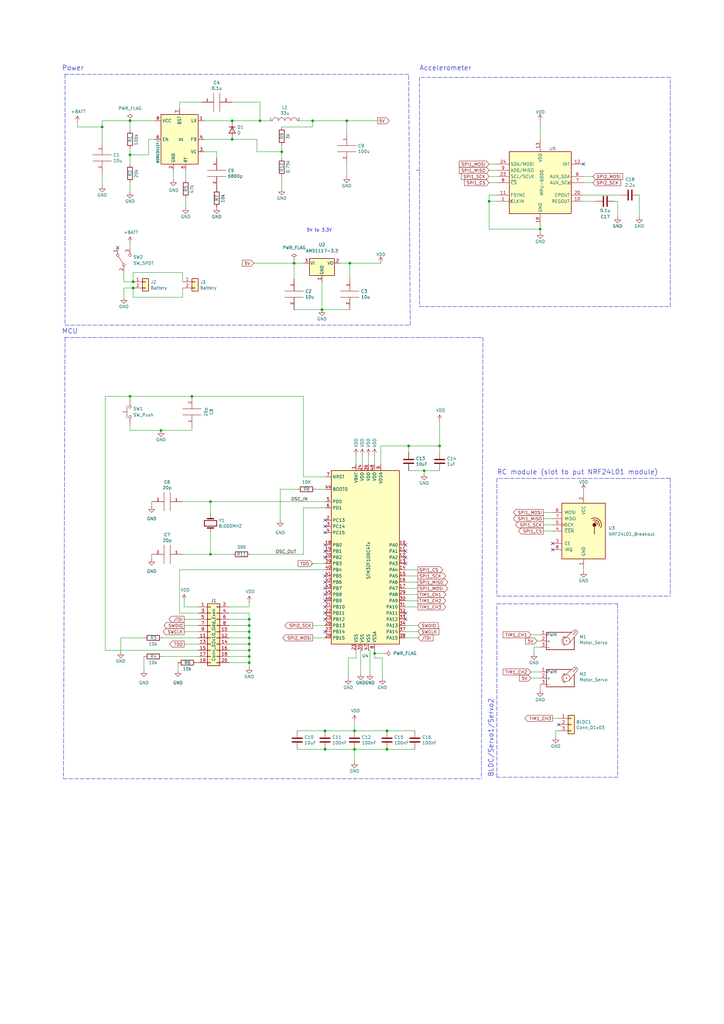
<source format=kicad_sch>
(kicad_sch (version 20211123) (generator eeschema)
  (paper "A3" portrait)
  (lib_symbols
    (symbol "Connector_Generic:Conn_01x02" (pin_names (offset 1.016) hide)
      (property "Reference" "J" (at 0 2.54 0))
      (property "Value" "Conn_01x02" (at 0 -5.08 0))
      (symbol "Conn_01x02_1_1"
        (pin passive line (at -5.08 0 0) (length 3.81) (name "Pin_1") (number "1"))
        (pin passive line (at -5.08 -2.54 0) (length 3.81) (name "Pin_2") (number "2"))
      )
    )
    (symbol "Connector_Generic:Conn_01x03" (pin_names (offset 1.016) hide)
      (property "Reference" "J" (at 0 5.08 0))
      (property "Value" "Conn_01x03" (at 0 -5.08 0))
      (symbol "Conn_01x03_1_1"
        (pin passive line (at -5.08 2.54 0) (length 3.81) (name "Pin_1") (number "1"))
        (pin passive line (at -5.08 0 0) (length 3.81) (name "Pin_2") (number "2"))
        (pin passive line (at -5.08 -2.54 0) (length 3.81) (name "Pin_3") (number "3"))
      )
    )
    (symbol "Connector_Generic:Conn_02x10_Odd_Even" (pin_names (offset 1.016) hide)
      (property "Reference" "J" (at 1.27 12.7 0))
      (property "Value" "Conn_02x10_Odd_Even" (at 1.27 -15.24 0))
      (symbol "Conn_02x10_Odd_Even_1_1"
        (pin passive line (at -5.08 10.16 0) (length 3.81) (name "Pin_1") (number "1"))
        (pin passive line (at 7.62 0 180) (length 3.81) (name "Pin_10") (number "10"))
        (pin passive line (at -5.08 -2.54 0) (length 3.81) (name "Pin_11") (number "11"))
        (pin passive line (at 7.62 -2.54 180) (length 3.81) (name "Pin_12") (number "12"))
        (pin passive line (at -5.08 -5.08 0) (length 3.81) (name "Pin_13") (number "13"))
        (pin passive line (at 7.62 -5.08 180) (length 3.81) (name "Pin_14") (number "14"))
        (pin passive line (at -5.08 -7.62 0) (length 3.81) (name "Pin_15") (number "15"))
        (pin passive line (at 7.62 -7.62 180) (length 3.81) (name "Pin_16") (number "16"))
        (pin passive line (at -5.08 -10.16 0) (length 3.81) (name "Pin_17") (number "17"))
        (pin passive line (at 7.62 -10.16 180) (length 3.81) (name "Pin_18") (number "18"))
        (pin passive line (at -5.08 -12.7 0) (length 3.81) (name "Pin_19") (number "19"))
        (pin passive line (at 7.62 10.16 180) (length 3.81) (name "Pin_2") (number "2"))
        (pin passive line (at 7.62 -12.7 180) (length 3.81) (name "Pin_20") (number "20"))
        (pin passive line (at -5.08 7.62 0) (length 3.81) (name "Pin_3") (number "3"))
        (pin passive line (at 7.62 7.62 180) (length 3.81) (name "Pin_4") (number "4"))
        (pin passive line (at -5.08 5.08 0) (length 3.81) (name "Pin_5") (number "5"))
        (pin passive line (at 7.62 5.08 180) (length 3.81) (name "Pin_6") (number "6"))
        (pin passive line (at -5.08 2.54 0) (length 3.81) (name "Pin_7") (number "7"))
        (pin passive line (at 7.62 2.54 180) (length 3.81) (name "Pin_8") (number "8"))
        (pin passive line (at -5.08 0 0) (length 3.81) (name "Pin_9") (number "9"))
      )
    )
    (symbol "Device:C" (pin_numbers hide) (pin_names (offset 0.254))
      (property "Reference" "C" (at 0.635 2.54 0))
      (property "Value" "C" (at 0.635 -2.54 0))
      (symbol "C_1_1"
        (pin passive line (at 0 3.81 270) (length 2.794) (name "~") (number "1"))
        (pin passive line (at 0 -3.81 90) (length 2.794) (name "~") (number "2"))
      )
    )
    (symbol "Device:Crystal" (pin_numbers hide) (pin_names (offset 1.016) hide)
      (property "Reference" "Y" (at 0 3.81 0))
      (property "Value" "Crystal" (at 0 -3.81 0))
      (symbol "Crystal_1_1"
        (pin passive line (at -3.81 0 0) (length 1.27) (name "1") (number "1"))
        (pin passive line (at 3.81 0 180) (length 1.27) (name "2") (number "2"))
      )
    )
    (symbol "Device:D" (pin_numbers hide) (pin_names (offset 1.016) hide)
      (property "Reference" "D" (at 0 2.54 0))
      (property "Value" "D" (at 0 -2.54 0))
      (symbol "D_1_1"
        (pin passive line (at -3.81 0 0) (length 2.54) (name "K") (number "1"))
        (pin passive line (at 3.81 0 180) (length 2.54) (name "A") (number "2"))
      )
    )
    (symbol "Device:R" (pin_numbers hide) (pin_names (offset 0))
      (property "Reference" "R" (at 2.032 0 90))
      (property "Value" "R" (at 0 0 90))
      (symbol "R_1_1"
        (pin passive line (at 0 3.81 270) (length 1.27) (name "~") (number "1"))
        (pin passive line (at 0 -3.81 90) (length 1.27) (name "~") (number "2"))
      )
    )
    (symbol "GND_1" (power) (pin_names (offset 0))
      (property "Value" "GND_1" (at 0 -3.81 0))
      (symbol "GND_1_1_1"
        (pin power_in line (at 0 0 270) (length 0) hide (name "GND") (number "1"))
      )
    )
    (symbol "GND_10" (power) (pin_names (offset 0))
      (property "Value" "GND_10" (at 0 -3.81 0))
      (symbol "GND_10_1_1"
        (pin power_in line (at 0 0 270) (length 0) hide (name "GND") (number "1"))
      )
    )
    (symbol "GND_11" (power) (pin_names (offset 0))
      (property "Value" "GND_11" (at 0 -3.81 0))
      (symbol "GND_11_1_1"
        (pin power_in line (at 0 0 270) (length 0) hide (name "GND") (number "1"))
      )
    )
    (symbol "GND_12" (power) (pin_names (offset 0))
      (property "Value" "GND_12" (at 0 -3.81 0))
      (symbol "GND_12_1_1"
        (pin power_in line (at 0 0 270) (length 0) hide (name "GND") (number "1"))
      )
    )
    (symbol "GND_13" (power) (pin_names (offset 0))
      (property "Value" "GND_13" (at 0 -3.81 0))
      (symbol "GND_13_1_1"
        (pin power_in line (at 0 0 270) (length 0) hide (name "GND") (number "1"))
      )
    )
    (symbol "GND_14" (power) (pin_names (offset 0))
      (property "Value" "GND_14" (at 0 -3.81 0))
      (symbol "GND_14_1_1"
        (pin power_in line (at 0 0 270) (length 0) hide (name "GND") (number "1"))
      )
    )
    (symbol "GND_15" (power) (pin_names (offset 0))
      (property "Value" "GND_15" (at 0 -3.81 0))
      (symbol "GND_15_1_1"
        (pin power_in line (at 0 0 270) (length 0) hide (name "GND") (number "1"))
      )
    )
    (symbol "GND_16" (power) (pin_names (offset 0))
      (property "Value" "GND_16" (at 0 -3.81 0))
      (symbol "GND_16_1_1"
        (pin power_in line (at 0 0 270) (length 0) hide (name "GND") (number "1"))
      )
    )
    (symbol "GND_17" (power) (pin_names (offset 0))
      (property "Value" "GND_17" (at 0 -3.81 0))
      (symbol "GND_17_1_1"
        (pin power_in line (at 0 0 270) (length 0) hide (name "GND") (number "1"))
      )
    )
    (symbol "GND_18" (power) (pin_names (offset 0))
      (property "Value" "GND_18" (at 0 -3.81 0))
      (symbol "GND_18_1_1"
        (pin power_in line (at 0 0 270) (length 0) hide (name "GND") (number "1"))
      )
    )
    (symbol "GND_19" (power) (pin_names (offset 0))
      (property "Value" "GND_19" (at 0 -3.81 0))
      (symbol "GND_19_1_1"
        (pin power_in line (at 0 0 270) (length 0) hide (name "GND") (number "1"))
      )
    )
    (symbol "GND_2" (power) (pin_names (offset 0))
      (property "Value" "GND_2" (at 0 -3.81 0))
      (symbol "GND_2_1_1"
        (pin power_in line (at 0 0 270) (length 0) hide (name "GND") (number "1"))
      )
    )
    (symbol "GND_21" (power) (pin_names (offset 0))
      (property "Value" "GND_21" (at 0 -3.81 0))
      (symbol "GND_21_1_1"
        (pin power_in line (at 0 0 270) (length 0) hide (name "GND") (number "1"))
      )
    )
    (symbol "GND_24" (power) (pin_names (offset 0))
      (property "Value" "GND_24" (at 0 -3.81 0))
      (symbol "GND_24_1_1"
        (pin power_in line (at 0 0 270) (length 0) hide (name "GND") (number "1"))
      )
    )
    (symbol "GND_26" (power) (pin_names (offset 0))
      (property "Value" "GND_26" (at 0 -3.81 0))
      (symbol "GND_26_1_1"
        (pin power_in line (at 0 0 270) (length 0) hide (name "GND") (number "1"))
      )
    )
    (symbol "GND_27" (power) (pin_names (offset 0))
      (property "Value" "GND_27" (at 0 -3.81 0))
      (symbol "GND_27_1_1"
        (pin power_in line (at 0 0 270) (length 0) hide (name "GND") (number "1"))
      )
    )
    (symbol "GND_28" (power) (pin_names (offset 0))
      (property "Value" "GND_28" (at 0 -3.81 0))
      (symbol "GND_28_1_1"
        (pin power_in line (at 0 0 270) (length 0) hide (name "GND") (number "1"))
      )
    )
    (symbol "GND_29" (power) (pin_names (offset 0))
      (property "Value" "GND_29" (at 0 -3.81 0))
      (symbol "GND_29_1_1"
        (pin power_in line (at 0 0 270) (length 0) hide (name "GND") (number "1"))
      )
    )
    (symbol "GND_3" (power) (pin_names (offset 0))
      (property "Value" "GND_3" (at 0 -3.81 0))
      (symbol "GND_3_1_1"
        (pin power_in line (at 0 0 270) (length 0) hide (name "GND") (number "1"))
      )
    )
    (symbol "GND_30" (power) (pin_names (offset 0))
      (property "Value" "GND_30" (at 0 -3.81 0))
      (symbol "GND_30_1_1"
        (pin power_in line (at 0 0 270) (length 0) hide (name "GND") (number "1"))
      )
    )
    (symbol "GND_4" (power) (pin_names (offset 0))
      (property "Value" "GND_4" (at 0 -3.81 0))
      (symbol "GND_4_1_1"
        (pin power_in line (at 0 0 270) (length 0) hide (name "GND") (number "1"))
      )
    )
    (symbol "GND_5" (power) (pin_names (offset 0))
      (property "Value" "GND_5" (at 0 -3.81 0))
      (symbol "GND_5_1_1"
        (pin power_in line (at 0 0 270) (length 0) hide (name "GND") (number "1"))
      )
    )
    (symbol "GND_6" (power) (pin_names (offset 0))
      (property "Value" "GND_6" (at 0 -3.81 0))
      (symbol "GND_6_1_1"
        (pin power_in line (at 0 0 270) (length 0) hide (name "GND") (number "1"))
      )
    )
    (symbol "GND_7" (power) (pin_names (offset 0))
      (property "Value" "GND_7" (at 0 -3.81 0))
      (symbol "GND_7_1_1"
        (pin power_in line (at 0 0 270) (length 0) hide (name "GND") (number "1"))
      )
    )
    (symbol "GND_8" (power) (pin_names (offset 0))
      (property "Value" "GND_8" (at 0 -3.81 0))
      (symbol "GND_8_1_1"
        (pin power_in line (at 0 0 270) (length 0) hide (name "GND") (number "1"))
      )
    )
    (symbol "GND_9" (power) (pin_names (offset 0))
      (property "Value" "GND_9" (at 0 -3.81 0))
      (symbol "GND_9_1_1"
        (pin power_in line (at 0 0 270) (length 0) hide (name "GND") (number "1"))
      )
    )
    (symbol "MCU_ST_STM32F1:STM32F100C4Tx"
      (property "Reference" "U" (at -15.24 36.83 0))
      (property "Value" "STM32F100C4Tx" (at 7.62 36.83 0))
      (symbol "STM32F100C4Tx_1_1"
        (pin power_in line (at -5.08 38.1 270) (length 2.54) (name "VBAT") (number "1"))
        (pin bidirectional line (at 15.24 5.08 180) (length 2.54) (name "PA0") (number "10"))
        (pin bidirectional line (at 15.24 2.54 180) (length 2.54) (name "PA1") (number "11"))
        (pin bidirectional line (at 15.24 0 180) (length 2.54) (name "PA2") (number "12"))
        (pin bidirectional line (at 15.24 -2.54 180) (length 2.54) (name "PA3") (number "13"))
        (pin bidirectional line (at 15.24 -5.08 180) (length 2.54) (name "PA4") (number "14"))
        (pin bidirectional line (at 15.24 -7.62 180) (length 2.54) (name "PA5") (number "15"))
        (pin bidirectional line (at 15.24 -10.16 180) (length 2.54) (name "PA6") (number "16"))
        (pin bidirectional line (at 15.24 -12.7 180) (length 2.54) (name "PA7") (number "17"))
        (pin bidirectional line (at -17.78 5.08 0) (length 2.54) (name "PB0") (number "18"))
        (pin bidirectional line (at -17.78 2.54 0) (length 2.54) (name "PB1") (number "19"))
        (pin bidirectional line (at -17.78 15.24 0) (length 2.54) (name "PC13") (number "2"))
        (pin bidirectional line (at -17.78 0 0) (length 2.54) (name "PB2") (number "20"))
        (pin bidirectional line (at -17.78 -20.32 0) (length 2.54) (name "PB10") (number "21"))
        (pin bidirectional line (at -17.78 -22.86 0) (length 2.54) (name "PB11") (number "22"))
        (pin power_in line (at -5.08 -38.1 90) (length 2.54) (name "VSS") (number "23"))
        (pin power_in line (at -2.54 38.1 270) (length 2.54) (name "VDD") (number "24"))
        (pin bidirectional line (at -17.78 -25.4 0) (length 2.54) (name "PB12") (number "25"))
        (pin bidirectional line (at -17.78 -27.94 0) (length 2.54) (name "PB13") (number "26"))
        (pin bidirectional line (at -17.78 -30.48 0) (length 2.54) (name "PB14") (number "27"))
        (pin bidirectional line (at -17.78 -33.02 0) (length 2.54) (name "PB15") (number "28"))
        (pin bidirectional line (at 15.24 -15.24 180) (length 2.54) (name "PA8") (number "29"))
        (pin bidirectional line (at -17.78 12.7 0) (length 2.54) (name "PC14") (number "3"))
        (pin bidirectional line (at 15.24 -17.78 180) (length 2.54) (name "PA9") (number "30"))
        (pin bidirectional line (at 15.24 -20.32 180) (length 2.54) (name "PA10") (number "31"))
        (pin bidirectional line (at 15.24 -22.86 180) (length 2.54) (name "PA11") (number "32"))
        (pin bidirectional line (at 15.24 -25.4 180) (length 2.54) (name "PA12") (number "33"))
        (pin bidirectional line (at 15.24 -27.94 180) (length 2.54) (name "PA13") (number "34"))
        (pin power_in line (at -2.54 -38.1 90) (length 2.54) (name "VSS") (number "35"))
        (pin power_in line (at 0 38.1 270) (length 2.54) (name "VDD") (number "36"))
        (pin bidirectional line (at 15.24 -30.48 180) (length 2.54) (name "PA14") (number "37"))
        (pin bidirectional line (at 15.24 -33.02 180) (length 2.54) (name "PA15") (number "38"))
        (pin bidirectional line (at -17.78 -2.54 0) (length 2.54) (name "PB3") (number "39"))
        (pin bidirectional line (at -17.78 10.16 0) (length 2.54) (name "PC15") (number "4"))
        (pin bidirectional line (at -17.78 -5.08 0) (length 2.54) (name "PB4") (number "40"))
        (pin bidirectional line (at -17.78 -7.62 0) (length 2.54) (name "PB5") (number "41"))
        (pin bidirectional line (at -17.78 -10.16 0) (length 2.54) (name "PB6") (number "42"))
        (pin bidirectional line (at -17.78 -12.7 0) (length 2.54) (name "PB7") (number "43"))
        (pin input line (at -17.78 27.94 0) (length 2.54) (name "BOOT0") (number "44"))
        (pin bidirectional line (at -17.78 -15.24 0) (length 2.54) (name "PB8") (number "45"))
        (pin bidirectional line (at -17.78 -17.78 0) (length 2.54) (name "PB9") (number "46"))
        (pin power_in line (at 0 -38.1 90) (length 2.54) (name "VSS") (number "47"))
        (pin power_in line (at 2.54 38.1 270) (length 2.54) (name "VDD") (number "48"))
        (pin input line (at -17.78 22.86 0) (length 2.54) (name "PD0") (number "5"))
        (pin input line (at -17.78 20.32 0) (length 2.54) (name "PD1") (number "6"))
        (pin input line (at -17.78 33.02 0) (length 2.54) (name "NRST") (number "7"))
        (pin power_in line (at 2.54 -38.1 90) (length 2.54) (name "VSSA") (number "8"))
        (pin power_in line (at 5.08 38.1 270) (length 2.54) (name "VDDA") (number "9"))
      )
    )
    (symbol "Motor:Motor_Servo" (pin_names (offset 0.0254))
      (property "Reference" "M" (at -5.08 4.445 0))
      (property "Value" "Motor_Servo" (at -5.08 -4.064 0))
      (symbol "Motor_Servo_1_1"
        (pin passive line (at -7.62 2.54 0) (length 2.54) (name "PWM") (number "1"))
        (pin passive line (at -7.62 0 0) (length 2.54) (name "+") (number "2"))
        (pin passive line (at -7.62 -2.54 0) (length 2.54) (name "-") (number "3"))
      )
    )
    (symbol "RF:NRF24L01_Breakout" (pin_names (offset 1.016))
      (property "Reference" "U" (at -8.89 12.7 0))
      (property "Value" "NRF24L01_Breakout" (at 3.81 12.7 0))
      (symbol "NRF24L01_Breakout_1_1"
        (pin power_in line (at 0 -15.24 90) (length 3.81) (name "GND") (number "1"))
        (pin power_in line (at 0 15.24 270) (length 3.81) (name "VCC") (number "2"))
        (pin input line (at -12.7 -5.08 0) (length 3.81) (name "CE") (number "3"))
        (pin input line (at -12.7 0 0) (length 3.81) (name "~{CSN}") (number "4"))
        (pin input clock (at -12.7 2.54 0) (length 3.81) (name "SCK") (number "5"))
        (pin input line (at -12.7 7.62 0) (length 3.81) (name "MOSI") (number "6"))
        (pin output line (at -12.7 5.08 0) (length 3.81) (name "MISO") (number "7"))
        (pin output line (at -12.7 -7.62 0) (length 3.81) (name "IRQ") (number "8"))
      )
    )
    (symbol "Regulator_Linear:AMS1117-3.3" (pin_names (offset 0.254))
      (property "Reference" "U" (at -3.81 3.175 0))
      (property "Value" "AMS1117-3.3" (at 0 3.175 0))
      (symbol "AMS1117-3.3_1_1"
        (pin power_in line (at 0 -7.62 90) (length 2.54) (name "GND") (number "1"))
        (pin power_out line (at 7.62 0 180) (length 2.54) (name "VO") (number "2"))
        (pin power_in line (at -7.62 0 0) (length 2.54) (name "VI") (number "3"))
      )
    )
    (symbol "Regulator_Switching:BD9G341EFJ"
      (property "Reference" "U" (at -6.35 11.43 0))
      (property "Value" "BD9G341EFJ" (at 7.62 11.43 0))
      (symbol "BD9G341EFJ_1_1"
        (pin passive line (at 10.16 7.62 180) (length 2.54) (name "LX") (number "1"))
        (pin power_in line (at -2.54 -12.7 90) (length 2.54) (name "GND") (number "2"))
        (pin output line (at 10.16 -5.08 180) (length 2.54) (name "VC") (number "3"))
        (pin input line (at 10.16 0 180) (length 2.54) (name "FB") (number "4"))
        (pin input line (at 2.54 -12.7 90) (length 2.54) (name "RT") (number "5"))
        (pin input line (at -10.16 0 0) (length 2.54) (name "EN") (number "6"))
        (pin input line (at 0 12.7 270) (length 2.54) (name "BST") (number "7"))
        (pin power_in line (at -10.16 7.62 0) (length 2.54) (name "VCC") (number "8"))
      )
    )
    (symbol "Sensor_Motion:MPU-6000"
      (property "Reference" "U" (at -11.43 13.97 0))
      (property "Value" "MPU-6000" (at 7.62 -13.97 0))
      (symbol "MPU-6000_1_1"
        (pin input clock (at -17.78 -7.62 0) (length 5.08) (name "CLKIN") (number "1"))
        (pin passive line (at 17.78 -7.62 180) (length 5.08) (name "REGOUT") (number "10"))
        (pin input line (at -17.78 -5.08 0) (length 5.08) (name "FSYNC") (number "11"))
        (pin output line (at 17.78 7.62 180) (length 5.08) (name "INT") (number "12"))
        (pin power_in line (at 0 17.78 270) (length 5.08) (name "VDD") (number "13"))
        (pin power_in line (at 0 -17.78 90) (length 5.08) (name "GND") (number "18"))
        (pin passive line (at 17.78 -5.08 180) (length 5.08) (name "CPOUT") (number "20"))
        (pin input line (at -17.78 2.54 0) (length 5.08) (name "SCL/SCLK") (number "23"))
        (pin bidirectional line (at -17.78 7.62 0) (length 5.08) (name "SDA/MOSI") (number "24"))
        (pin bidirectional line (at 17.78 2.54 180) (length 5.08) (name "AUX_SDA") (number "6"))
        (pin output clock (at 17.78 0 180) (length 5.08) (name "AUX_SCL") (number "7"))
        (pin input line (at -17.78 0 0) (length 5.08) (name "~{CS}") (number "8"))
        (pin bidirectional line (at -17.78 5.08 0) (length 5.08) (name "AD0/MISO") (number "9"))
      )
    )
    (symbol "Switch:SW_Push" (pin_numbers hide) (pin_names (offset 1.016) hide)
      (property "Reference" "SW" (at 1.27 2.54 0))
      (property "Value" "SW_Push" (at 0 -1.524 0))
      (symbol "SW_Push_0_1"
        (pin passive line (at -5.08 0 0) (length 2.54) (name "1") (number "1"))
        (pin passive line (at 5.08 0 180) (length 2.54) (name "2") (number "2"))
      )
    )
    (symbol "Switch:SW_SPDT" (pin_names (offset 0) hide)
      (property "Reference" "SW" (at 0 4.318 0))
      (property "Value" "SW_SPDT" (at 0 -5.08 0))
      (symbol "SW_SPDT_1_1"
        (pin passive line (at 5.08 2.54 180) (length 2.54) (name "A") (number "1"))
        (pin passive line (at -5.08 0 0) (length 2.54) (name "B") (number "2"))
        (pin passive line (at 5.08 -2.54 180) (length 2.54) (name "C") (number "3"))
      )
    )
    (symbol "power:+BATT" (power) (pin_names (offset 0))
      (property "Value" "+BATT" (at 0 3.556 0))
      (symbol "+BATT_1_1"
        (pin power_in line (at 0 0 90) (length 0) hide (name "+BATT") (number "1"))
      )
    )
    (symbol "power:GND" (power) (pin_names (offset 0))
      (property "Value" "GND" (at 0 -3.81 0))
      (symbol "GND_1_1"
        (pin power_in line (at 0 0 270) (length 0) hide (name "GND") (number "1"))
      )
    )
    (symbol "power:PWR_FLAG" (power) (pin_numbers hide) (pin_names (offset 0) hide)
      (property "Value" "PWR_FLAG" (at 0 3.81 0))
      (symbol "PWR_FLAG_0_0"
        (pin power_out line (at 0 0 90) (length 0) (name "pwr") (number "1"))
      )
    )
    (symbol "power:VDD" (power) (pin_names (offset 0))
      (property "Value" "VDD" (at 0 3.81 0))
      (symbol "VDD_1_1"
        (pin power_in line (at 0 0 90) (length 0) hide (name "VDD") (number "1"))
      )
    )
    (symbol "pspice:C" (pin_names (offset 0.254))
      (property "Reference" "C" (at 2.54 3.81 90))
      (property "Value" "C" (at 2.54 -3.81 90))
      (symbol "C_1_1"
        (pin passive line (at 0 6.35 270) (length 5.08) (name "~") (number "1"))
        (pin passive line (at 0 -6.35 90) (length 5.08) (name "~") (number "2"))
      )
    )
    (symbol "pspice:CAP" (pin_names (offset 0.254))
      (property "Reference" "C" (at 2.54 3.81 90))
      (property "Value" "CAP" (at 2.54 -3.81 90))
      (symbol "CAP_1_1"
        (pin passive line (at 0 6.35 270) (length 5.08) (name "~") (number "1"))
        (pin passive line (at 0 -6.35 90) (length 5.08) (name "~") (number "2"))
      )
    )
    (symbol "pspice:INDUCTOR" (pin_numbers hide) (pin_names (offset 0))
      (property "Reference" "L" (at 0 2.54 0))
      (property "Value" "INDUCTOR" (at 0 -1.27 0))
      (symbol "INDUCTOR_1_1"
        (pin input line (at -6.35 0 0) (length 1.27) (name "1") (number "1"))
        (pin input line (at 6.35 0 180) (length 1.27) (name "2") (number "2"))
      )
    )
  )
  (junction (at 54.61 115.57))
  (junction (at 145.415 307.34))
  (junction (at 102.235 264.16))
  (junction (at 132.08 127))
  (junction (at 86.36 227.33))
  (junction (at 102.235 269.24))
  (junction (at 145.415 299.72))
  (junction (at 158.75 307.34))
  (junction (at 54.61 118.11))
  (junction (at 95.25 49.53))
  (junction (at 102.235 271.78))
  (junction (at 120.65 107.95))
  (junction (at 142.24 49.53))
  (junction (at 53.34 162.56))
  (junction (at 102.235 259.08))
  (junction (at 200.66 82.55))
  (junction (at 53.34 49.53))
  (junction (at 180.34 182.88))
  (junction (at 78.74 162.56))
  (junction (at 143.51 107.95))
  (junction (at 102.235 256.54))
  (junction (at 115.57 62.23))
  (junction (at 128.27 49.53))
  (junction (at 153.67 267.97))
  (junction (at 173.99 193.04))
  (junction (at 133.35 307.34))
  (junction (at 106.68 49.53))
  (junction (at 102.235 266.7))
  (junction (at 95.25 57.15))
  (junction (at 86.36 205.74))
  (junction (at 102.235 254))
  (junction (at 41.91 52.07))
  (junction (at 53.34 63.5))
  (junction (at 167.64 182.88))
  (junction (at 158.75 299.72))
  (junction (at 102.235 261.62))
  (junction (at 66.04 176.53))
  (junction (at 221.615 93.98))
  (junction (at 133.35 299.72))
  (no_connect (at 48.26 101.6))
  (no_connect (at 133.35 254))
  (no_connect (at 166.37 223.52))
  (no_connect (at 133.35 215.9))
  (no_connect (at 133.35 248.92))
  (no_connect (at 229.235 297.18))
  (no_connect (at 166.37 226.06))
  (no_connect (at 133.35 213.36))
  (no_connect (at 166.37 251.46))
  (no_connect (at 239.395 67.31))
  (no_connect (at 226.695 222.885))
  (no_connect (at 166.37 228.6))
  (no_connect (at 133.35 238.76))
  (no_connect (at 133.35 246.38))
  (no_connect (at 133.35 251.46))
  (no_connect (at 133.35 243.84))
  (no_connect (at 133.35 236.22))
  (no_connect (at 133.35 259.08))
  (no_connect (at 133.35 226.06))
  (no_connect (at 133.35 223.52))
  (no_connect (at 133.35 218.44))
  (no_connect (at 226.695 225.425))
  (no_connect (at 133.35 241.3))
  (no_connect (at 133.35 228.6))
  (no_connect (at 166.37 231.14))
  (no_connect (at 166.37 254))
  (wire (pts (xy 43.18 162.56) (xy 53.34 162.56)))
  (wire (pts (xy 167.64 185.42) (xy 167.64 182.88)))
  (wire (pts (xy 200.66 80.01) (xy 200.66 82.55)))
  (wire (pts (xy 166.37 259.08) (xy 171.45 259.08)))
  (wire (pts (xy 146.05 186.69) (xy 146.05 190.5)))
  (wire (pts (xy 102.235 261.62) (xy 102.235 264.16)))
  (wire (pts (xy 124.46 227.33) (xy 124.46 208.28)))
  (wire (pts (xy 53.34 49.53) (xy 41.91 49.53)))
  (wire (pts (xy 221.615 93.98) (xy 221.615 95.25)))
  (wire (pts (xy 229.235 294.64) (xy 226.695 294.64)))
  (wire (pts (xy 83.82 62.23) (xy 88.9 62.23)))
  (polyline (pts (xy 26.67 138.43) (xy 26.035 319.405)))
  (polyline (pts (xy 203.835 196.215) (xy 203.835 244.475)))
  (wire (pts (xy 143.51 107.95) (xy 156.21 107.95)))
  (wire (pts (xy 102.87 227.33) (xy 124.46 227.33)))
  (wire (pts (xy 53.34 173.99) (xy 53.34 176.53)))
  (wire (pts (xy 73.66 233.68) (xy 133.35 233.68)))
  (wire (pts (xy 148.59 190.5) (xy 148.59 186.69)))
  (wire (pts (xy 81.28 259.08) (xy 75.565 259.08)))
  (wire (pts (xy 53.34 99.695) (xy 53.34 101.6)))
  (wire (pts (xy 74.93 115.57) (xy 74.93 111.76)))
  (polyline (pts (xy 203.835 318.77) (xy 253.365 318.77)))
  (polyline (pts (xy 203.835 247.65) (xy 253.365 247.65)))
  (wire (pts (xy 153.67 267.97) (xy 153.67 266.7)))
  (wire (pts (xy 143.51 127) (xy 132.08 127)))
  (wire (pts (xy 43.18 266.7) (xy 43.18 162.56)))
  (wire (pts (xy 105.41 57.15) (xy 105.41 62.23)))
  (wire (pts (xy 66.675 261.62) (xy 81.28 261.62)))
  (wire (pts (xy 73.66 41.91) (xy 82.55 41.91)))
  (wire (pts (xy 95.25 49.53) (xy 106.68 49.53)))
  (wire (pts (xy 73.66 44.45) (xy 73.66 41.91)))
  (wire (pts (xy 93.98 254) (xy 102.235 254)))
  (wire (pts (xy 53.34 63.5) (xy 53.34 60.96)))
  (wire (pts (xy 74.93 121.92) (xy 54.61 121.92)))
  (wire (pts (xy 203.835 69.85) (xy 200.66 69.85)))
  (wire (pts (xy 53.34 78.74) (xy 53.34 74.93)))
  (polyline (pts (xy 172.085 31.75) (xy 172.085 125.73)))
  (wire (pts (xy 83.82 57.15) (xy 95.25 57.15)))
  (wire (pts (xy 86.36 227.33) (xy 86.36 218.44)))
  (wire (pts (xy 86.36 227.33) (xy 95.25 227.33)))
  (wire (pts (xy 171.45 261.62) (xy 166.37 261.62)))
  (wire (pts (xy 147.955 266.7) (xy 147.955 276.225)))
  (wire (pts (xy 93.98 259.08) (xy 102.235 259.08)))
  (wire (pts (xy 158.75 299.72) (xy 170.18 299.72)))
  (wire (pts (xy 102.235 269.24) (xy 102.235 271.78)))
  (wire (pts (xy 146.05 266.7) (xy 146.05 269.875)))
  (wire (pts (xy 81.28 264.16) (xy 75.565 264.16)))
  (wire (pts (xy 121.92 200.66) (xy 114.935 200.66)))
  (wire (pts (xy 102.235 256.54) (xy 102.235 259.08)))
  (wire (pts (xy 78.74 176.53) (xy 78.74 175.26)))
  (wire (pts (xy 129.54 200.66) (xy 133.35 200.66)))
  (wire (pts (xy 128.27 49.53) (xy 142.24 49.53)))
  (wire (pts (xy 71.12 69.85) (xy 71.12 73.66)))
  (wire (pts (xy 167.64 182.88) (xy 180.34 182.88)))
  (wire (pts (xy 63.5 49.53) (xy 53.34 49.53)))
  (wire (pts (xy 142.24 49.53) (xy 154.94 49.53)))
  (wire (pts (xy 102.235 254) (xy 102.235 256.54)))
  (wire (pts (xy 166.37 238.76) (xy 171.45 238.76)))
  (polyline (pts (xy 198.12 138.43) (xy 197.485 319.405)))
  (wire (pts (xy 222.885 210.185) (xy 226.695 210.185)))
  (wire (pts (xy 166.37 243.84) (xy 171.45 243.84)))
  (wire (pts (xy 133.35 299.72) (xy 145.415 299.72)))
  (wire (pts (xy 124.46 195.58) (xy 133.35 195.58)))
  (polyline (pts (xy 203.835 318.77) (xy 203.835 247.65)))
  (wire (pts (xy 93.98 256.54) (xy 102.235 256.54)))
  (wire (pts (xy 59.055 274.955) (xy 59.055 269.24)))
  (wire (pts (xy 75.565 248.92) (xy 75.565 246.38)))
  (wire (pts (xy 222.885 217.805) (xy 226.695 217.805)))
  (polyline (pts (xy 168.275 133.35) (xy 167.64 30.48)))
  (wire (pts (xy 74.93 118.11) (xy 74.93 121.92)))
  (wire (pts (xy 145.415 312.42) (xy 145.415 307.34)))
  (wire (pts (xy 145.415 307.34) (xy 158.75 307.34)))
  (wire (pts (xy 62.23 227.33) (xy 62.23 229.235)))
  (wire (pts (xy 106.68 49.53) (xy 106.68 41.91)))
  (wire (pts (xy 156.21 190.5) (xy 156.21 182.88)))
  (wire (pts (xy 166.37 236.22) (xy 171.45 236.22)))
  (wire (pts (xy 105.41 62.23) (xy 115.57 62.23)))
  (wire (pts (xy 88.9 62.23) (xy 88.9 64.77)))
  (wire (pts (xy 203.835 74.93) (xy 200.66 74.93)))
  (wire (pts (xy 121.92 299.72) (xy 133.35 299.72)))
  (wire (pts (xy 31.75 52.07) (xy 31.75 50.165)))
  (wire (pts (xy 62.23 205.74) (xy 62.23 207.645)))
  (wire (pts (xy 95.25 57.15) (xy 105.41 57.15)))
  (wire (pts (xy 49.53 261.62) (xy 49.53 267.335)))
  (wire (pts (xy 147.955 266.7) (xy 148.59 266.7)))
  (wire (pts (xy 41.91 76.2) (xy 41.91 71.12)))
  (wire (pts (xy 120.65 127) (xy 132.08 127)))
  (wire (pts (xy 53.34 53.34) (xy 53.34 49.53)))
  (wire (pts (xy 53.34 162.56) (xy 78.74 162.56)))
  (wire (pts (xy 102.235 259.08) (xy 102.235 261.62)))
  (wire (pts (xy 227.965 302.26) (xy 227.965 299.72)))
  (polyline (pts (xy 26.67 133.35) (xy 168.275 133.35)))
  (wire (pts (xy 166.37 248.92) (xy 171.45 248.92)))
  (wire (pts (xy 239.395 80.01) (xy 254.635 80.01)))
  (wire (pts (xy 41.91 58.42) (xy 41.91 52.07)))
  (polyline (pts (xy 203.835 244.475) (xy 274.955 244.475)))
  (wire (pts (xy 221.615 262.89) (xy 220.345 262.89)))
  (wire (pts (xy 81.28 269.24) (xy 66.675 269.24)))
  (wire (pts (xy 93.98 271.78) (xy 102.235 271.78)))
  (polyline (pts (xy 167.64 30.48) (xy 26.035 30.48)))
  (wire (pts (xy 83.82 49.53) (xy 95.25 49.53)))
  (polyline (pts (xy 172.085 125.73) (xy 274.955 125.73)))
  (wire (pts (xy 239.395 233.045) (xy 239.395 234.315)))
  (wire (pts (xy 102.235 248.92) (xy 102.235 247.015)))
  (wire (pts (xy 173.99 194.31) (xy 173.99 193.04)))
  (wire (pts (xy 180.34 193.04) (xy 173.99 193.04)))
  (wire (pts (xy 106.68 41.91) (xy 95.25 41.91)))
  (wire (pts (xy 54.61 111.76) (xy 54.61 115.57)))
  (wire (pts (xy 222.885 215.265) (xy 226.695 215.265)))
  (wire (pts (xy 76.2 85.09) (xy 76.2 81.28)))
  (wire (pts (xy 41.91 49.53) (xy 41.91 52.07)))
  (wire (pts (xy 124.46 208.28) (xy 133.35 208.28)))
  (wire (pts (xy 93.98 261.62) (xy 102.235 261.62)))
  (wire (pts (xy 156.21 182.88) (xy 167.64 182.88)))
  (wire (pts (xy 115.57 52.07) (xy 128.27 52.07)))
  (wire (pts (xy 102.235 251.46) (xy 102.235 254)))
  (wire (pts (xy 158.75 307.34) (xy 170.18 307.34)))
  (wire (pts (xy 252.095 82.55) (xy 253.365 82.55)))
  (wire (pts (xy 146.05 269.875) (xy 142.875 269.875)))
  (wire (pts (xy 31.75 52.07) (xy 41.91 52.07)))
  (wire (pts (xy 239.395 82.55) (xy 244.475 82.55)))
  (wire (pts (xy 221.615 278.13) (xy 217.805 278.13)))
  (wire (pts (xy 142.24 49.53) (xy 142.24 54.61)))
  (wire (pts (xy 166.37 233.68) (xy 171.45 233.68)))
  (wire (pts (xy 53.34 163.83) (xy 53.34 162.56)))
  (wire (pts (xy 81.28 248.92) (xy 75.565 248.92)))
  (wire (pts (xy 104.14 107.95) (xy 120.65 107.95)))
  (polyline (pts (xy 172.085 69.85) (xy 170.815 69.85)))
  (wire (pts (xy 54.61 118.11) (xy 50.8 118.11)))
  (wire (pts (xy 219.075 265.43) (xy 221.615 265.43)))
  (wire (pts (xy 54.61 118.11) (xy 54.61 121.92)))
  (wire (pts (xy 221.615 49.53) (xy 221.615 57.15)))
  (wire (pts (xy 54.61 115.57) (xy 50.8 115.57)))
  (wire (pts (xy 78.74 162.56) (xy 124.46 162.56)))
  (wire (pts (xy 53.34 63.5) (xy 60.96 63.5)))
  (wire (pts (xy 221.615 260.35) (xy 217.805 260.35)))
  (wire (pts (xy 80.645 271.78) (xy 81.28 271.78)))
  (wire (pts (xy 227.965 299.72) (xy 229.235 299.72)))
  (wire (pts (xy 73.66 251.46) (xy 81.28 251.46)))
  (wire (pts (xy 73.025 271.78) (xy 73.025 274.955)))
  (wire (pts (xy 153.67 269.875) (xy 153.67 267.97)))
  (wire (pts (xy 166.37 241.3) (xy 171.45 241.3)))
  (wire (pts (xy 166.37 246.38) (xy 171.45 246.38)))
  (wire (pts (xy 73.66 233.68) (xy 73.66 251.46)))
  (wire (pts (xy 93.98 266.7) (xy 102.235 266.7)))
  (polyline (pts (xy 26.035 319.405) (xy 197.485 319.405)))
  (wire (pts (xy 145.415 299.72) (xy 145.415 295.91)))
  (wire (pts (xy 93.98 248.92) (xy 102.235 248.92)))
  (wire (pts (xy 43.18 266.7) (xy 81.28 266.7)))
  (wire (pts (xy 60.96 63.5) (xy 60.96 57.15)))
  (wire (pts (xy 74.93 111.76) (xy 54.61 111.76)))
  (wire (pts (xy 74.93 205.74) (xy 86.36 205.74)))
  (wire (pts (xy 200.66 82.55) (xy 203.835 82.55)))
  (wire (pts (xy 180.34 182.88) (xy 180.34 172.72)))
  (wire (pts (xy 239.395 201.295) (xy 239.395 202.565)))
  (wire (pts (xy 74.93 227.33) (xy 86.36 227.33)))
  (wire (pts (xy 93.98 269.24) (xy 102.235 269.24)))
  (wire (pts (xy 180.34 182.88) (xy 180.34 185.42)))
  (wire (pts (xy 262.255 80.01) (xy 262.255 88.9)))
  (wire (pts (xy 102.235 266.7) (xy 102.235 269.24)))
  (wire (pts (xy 151.13 190.5) (xy 151.13 186.69)))
  (polyline (pts (xy 26.67 30.48) (xy 26.67 133.35)))
  (wire (pts (xy 53.34 67.31) (xy 53.34 63.5)))
  (wire (pts (xy 132.08 127) (xy 132.08 115.57)))
  (polyline (pts (xy 253.365 247.65) (xy 253.365 318.77)))
  (wire (pts (xy 253.365 82.55) (xy 253.365 88.9)))
  (wire (pts (xy 142.875 269.875) (xy 142.875 278.13)))
  (wire (pts (xy 145.415 299.72) (xy 158.75 299.72)))
  (wire (pts (xy 239.395 72.39) (xy 243.205 72.39)))
  (wire (pts (xy 153.67 269.875) (xy 156.845 269.875)))
  (wire (pts (xy 66.04 176.53) (xy 78.74 176.53)))
  (polyline (pts (xy 274.955 196.215) (xy 274.955 244.475)))
  (wire (pts (xy 222.885 212.725) (xy 226.695 212.725)))
  (wire (pts (xy 221.615 275.59) (xy 217.805 275.59)))
  (wire (pts (xy 102.235 271.78) (xy 102.235 273.685)))
  (wire (pts (xy 200.66 82.55) (xy 200.66 93.98)))
  (wire (pts (xy 106.68 49.53) (xy 110.49 49.53)))
  (wire (pts (xy 133.35 307.34) (xy 145.415 307.34)))
  (wire (pts (xy 49.53 261.62) (xy 59.055 261.62)))
  (wire (pts (xy 133.35 231.14) (xy 127.635 231.14)))
  (wire (pts (xy 219.075 267.97) (xy 219.075 265.43)))
  (wire (pts (xy 142.24 72.39) (xy 142.24 67.31)))
  (wire (pts (xy 133.35 205.74) (xy 86.36 205.74)))
  (wire (pts (xy 120.65 107.95) (xy 120.65 114.3)))
  (wire (pts (xy 153.67 267.97) (xy 157.48 267.97)))
  (wire (pts (xy 151.765 266.7) (xy 151.765 276.225)))
  (wire (pts (xy 120.65 107.95) (xy 124.46 107.95)))
  (wire (pts (xy 93.98 264.16) (xy 102.235 264.16)))
  (wire (pts (xy 115.57 59.69) (xy 115.57 62.23)))
  (wire (pts (xy 86.36 205.74) (xy 86.36 210.82)))
  (wire (pts (xy 115.57 62.23) (xy 115.57 64.77)))
  (wire (pts (xy 50.8 118.11) (xy 50.8 121.92)))
  (wire (pts (xy 139.7 107.95) (xy 143.51 107.95)))
  (wire (pts (xy 81.28 256.54) (xy 75.565 256.54)))
  (wire (pts (xy 60.96 57.15) (xy 63.5 57.15)))
  (wire (pts (xy 76.2 73.66) (xy 76.2 69.85)))
  (wire (pts (xy 221.615 283.21) (xy 221.615 280.67)))
  (wire (pts (xy 93.98 251.46) (xy 102.235 251.46)))
  (wire (pts (xy 151.765 266.7) (xy 151.13 266.7)))
  (polyline (pts (xy 274.955 125.73) (xy 274.955 31.75)))
  (wire (pts (xy 166.37 256.54) (xy 171.45 256.54)))
  (wire (pts (xy 133.35 261.62) (xy 128.27 261.62)))
  (wire (pts (xy 53.34 176.53) (xy 66.04 176.53)))
  (wire (pts (xy 102.235 264.16) (xy 102.235 266.7)))
  (wire (pts (xy 156.845 269.875) (xy 156.845 278.13)))
  (polyline (pts (xy 274.955 31.75) (xy 172.085 31.75)))
  (wire (pts (xy 200.66 93.98) (xy 221.615 93.98)))
  (wire (pts (xy 81.28 254) (xy 75.565 254)))
  (wire (pts (xy 153.67 190.5) (xy 153.67 186.69)))
  (wire (pts (xy 128.27 52.07) (xy 128.27 49.53)))
  (polyline (pts (xy 26.67 138.43) (xy 198.12 138.43)))
  (wire (pts (xy 50.8 111.76) (xy 50.8 115.57)))
  (wire (pts (xy 120.65 106.68) (xy 120.65 107.95)))
  (wire (pts (xy 239.395 74.93) (xy 243.205 74.93)))
  (wire (pts (xy 203.835 80.01) (xy 200.66 80.01)))
  (wire (pts (xy 124.46 162.56) (xy 124.46 195.58)))
  (wire (pts (xy 200.66 72.39) (xy 203.835 72.39)))
  (wire (pts (xy 121.92 307.34) (xy 133.35 307.34)))
  (wire (pts (xy 128.27 49.53) (xy 123.19 49.53)))
  (wire (pts (xy 173.99 193.04) (xy 167.64 193.04)))
  (wire (pts (xy 203.835 67.31) (xy 200.66 67.31)))
  (polyline (pts (xy 274.955 196.215) (xy 203.835 196.215)))
  (wire (pts (xy 128.27 256.54) (xy 133.35 256.54)))
  (wire (pts (xy 143.51 107.95) (xy 143.51 114.3)))
  (wire (pts (xy 115.57 72.39) (xy 115.57 77.47)))
  (wire (pts (xy 221.615 92.71) (xy 221.615 93.98)))
  (wire (pts (xy 114.935 200.66) (xy 114.935 213.36)))
  (text "BLDC/Servo1/Servo2" (at 202.565 318.77 90) (effects (font (size 2 2)) (justify left bottom)))
  (text "Power" (at 25.4 29.21 0) (effects (font (size 2 2)) (justify left bottom)))
  (text "MCU" (at 25.4 137.16 0) (effects (font (size 2 2)) (justify left bottom)))
  (text "RC module (slot to put NRF24L01 module)\n" (at 203.835 194.945 0) (effects (font (size 2 2)) (justify left bottom)))
  (text "5V to 3.3V\n" (at 125.73 95.25 0) (effects (font (size 1.27 1.27)) (justify left bottom)))
  (text "Accelerometer" (at 172.085 29.21 0) (effects (font (size 2 2)) (justify left bottom)))
  (label "OSC_OUT" (at 113.03 227.33 0))
  (label "OSC_IN" (at 119.38 205.74 0))
  (global_label "SPI1_MOSI" (shape output) (at 222.885 210.185 180) (property "Intersheet References" "${INTERSHEET_REFS}" (effects hide)))
  (global_label "SPI1_CS" (shape input) (at 200.66 74.93 180) (property "Intersheet References" "${INTERSHEET_REFS}" (effects hide)))
  (global_label "TIM1_CH2" (shape output) (at 171.45 246.38 0) (property "Intersheet References" "${INTERSHEET_REFS}" (effects hide)))
  (global_label "SWCLK" (shape input) (at 171.45 259.08 0) (property "Intersheet References" "${INTERSHEET_REFS}" (effects hide)))
  (global_label "SPI1_MISO" (shape output) (at 222.885 212.725 180) (property "Intersheet References" "${INTERSHEET_REFS}" (effects hide)))
  (global_label "SPI2_MOSI" (shape input) (at 243.205 72.39 0) (property "Intersheet References" "${INTERSHEET_REFS}" (effects hide)))
  (global_label "SPI1_MISO" (shape output) (at 171.45 238.76 0) (property "Intersheet References" "${INTERSHEET_REFS}" (effects hide)))
  (global_label "5V" (shape input) (at 220.345 262.89 180) (property "Intersheet References" "${INTERSHEET_REFS}" (effects hide)))
  (global_label "SPI1_MOSI" (shape input) (at 200.66 67.31 180) (property "Intersheet References" "${INTERSHEET_REFS}" (effects hide)))
  (global_label "5V" (shape input) (at 217.805 278.13 180) (property "Intersheet References" "${INTERSHEET_REFS}" (effects hide)))
  (global_label "TIM1_CH3" (shape output) (at 226.695 294.64 180) (property "Intersheet References" "${INTERSHEET_REFS}" (effects hide)))
  (global_label "SPI1_SCK" (shape input) (at 200.66 72.39 180) (property "Intersheet References" "${INTERSHEET_REFS}" (effects hide)))
  (global_label "SPI1_CS" (shape output) (at 171.45 233.68 0) (property "Intersheet References" "${INTERSHEET_REFS}" (effects hide)))
  (global_label "SPI2_SCK" (shape input) (at 243.205 74.93 0) (property "Intersheet References" "${INTERSHEET_REFS}" (effects hide)))
  (global_label "SPI1_SCK" (shape output) (at 222.885 215.265 180) (property "Intersheet References" "${INTERSHEET_REFS}" (effects hide)))
  (global_label "JTDI" (shape output) (at 75.565 254 180) (property "Intersheet References" "${INTERSHEET_REFS}" (effects hide)))
  (global_label "TDO" (shape input) (at 128.27 231.14 180) (property "Intersheet References" "${INTERSHEET_REFS}" (effects hide)))
  (global_label "SWDIO" (shape output) (at 75.565 256.54 180) (property "Intersheet References" "${INTERSHEET_REFS}" (effects hide)))
  (global_label "SPI1_CS" (shape output) (at 222.885 217.805 180) (property "Intersheet References" "${INTERSHEET_REFS}" (effects hide)))
  (global_label "5V" (shape input) (at 104.14 107.95 180) (property "Intersheet References" "${INTERSHEET_REFS}" (effects hide)))
  (global_label "SPI2_MOSI" (shape output) (at 128.27 261.62 180) (property "Intersheet References" "${INTERSHEET_REFS}" (effects hide)))
  (global_label "SPI2_SCK" (shape output) (at 128.27 256.54 180) (property "Intersheet References" "${INTERSHEET_REFS}" (effects hide)))
  (global_label "TIM1_CH1" (shape input) (at 217.805 260.35 180) (property "Intersheet References" "${INTERSHEET_REFS}" (effects hide)))
  (global_label "TIM1_CH2" (shape input) (at 217.805 275.59 180) (property "Intersheet References" "${INTERSHEET_REFS}" (effects hide)))
  (global_label "SPI1_MOSI" (shape output) (at 171.45 241.3 0) (property "Intersheet References" "${INTERSHEET_REFS}" (effects hide)))
  (global_label "SPI1_MISO" (shape input) (at 200.66 69.85 180) (property "Intersheet References" "${INTERSHEET_REFS}" (effects hide)))
  (global_label "SPI1_SCK" (shape output) (at 171.45 236.22 0) (property "Intersheet References" "${INTERSHEET_REFS}" (effects hide)))
  (global_label "JTDI" (shape input) (at 171.45 261.62 0) (property "Intersheet References" "${INTERSHEET_REFS}" (effects hide)))
  (global_label "TIM1_CH3" (shape output) (at 171.45 248.92 0) (property "Intersheet References" "${INTERSHEET_REFS}" (effects hide)))
  (global_label "5V" (shape output) (at 154.94 49.53 0) (property "Intersheet References" "${INTERSHEET_REFS}" (effects hide)))
  (global_label "SWDIO" (shape input) (at 171.45 256.54 0) (property "Intersheet References" "${INTERSHEET_REFS}" (effects hide)))
  (global_label "TDO" (shape output) (at 75.565 264.16 180) (property "Intersheet References" "${INTERSHEET_REFS}" (effects hide)))
  (global_label "TIM1_CH1" (shape output) (at 171.45 243.84 0) (property "Intersheet References" "${INTERSHEET_REFS}" (effects hide)))
  (global_label "SWCLK" (shape output) (at 75.565 259.08 180) (property "Intersheet References" "${INTERSHEET_REFS}" (effects hide)))
  (symbol (lib_id "pspice:C") (at 41.91 64.77 0) (unit 1)
    (property "Reference" "C1" (at 46.4312 63.6016 0) (effects (justify left)))
    (property "Value" "10u" (at 46.4312 65.913 0) (effects (justify left)))
    (property "Footprint" "Capacitor_SMD:C_0603_1608Metric_Pad1.08x0.95mm_HandSolder" (effects hide))
  )
  (symbol (lib_id "Device:R") (at 125.73 200.66 270) (unit 1)
    (property "Reference" "R8" (at 125.73 200.66 90))
    (property "Value" "10K" (at 125.73 197.7136 90))
    (property "Footprint" "Resistor_SMD:R_0603_1608Metric_Pad0.98x0.95mm_HandSolder" (effects hide))
  )
  (symbol (lib_name "GND_24") (lib_id "power:GND") (at 156.845 278.13 0) (unit 1)
    (property "Reference" "#PWR0122" (effects hide))
    (property "Value" "GND" (at 156.845 281.94 0))
  )
  (symbol (lib_id "power:VDD") (at 151.13 186.69 0) (unit 1)
    (property "Reference" "#PWR029" (effects hide))
    (property "Value" "VDD" (at 151.13 181.61 90))
  )
  (symbol (lib_id "pspice:C") (at 120.65 120.65 0) (unit 1)
    (property "Reference" "C2" (at 125.1712 119.4816 0) (effects (justify left)))
    (property "Value" "10u" (at 125.1712 121.793 0) (effects (justify left)))
    (property "Footprint" "Capacitor_SMD:C_0603_1608Metric_Pad1.08x0.95mm_HandSolder" (effects hide))
  )
  (symbol (lib_id "Device:R") (at 76.835 271.78 270) (unit 1)
    (property "Reference" "R6" (at 75.565 271.78 90) (effects (justify left)))
    (property "Value" "10k" (at 74.93 274.32 90) (effects (justify left)))
    (property "Footprint" "Resistor_SMD:R_0603_1608Metric_Pad0.98x0.95mm_HandSolder" (effects hide))
  )
  (symbol (lib_id "Device:Crystal") (at 86.36 214.63 270) (unit 1)
    (property "Reference" "Y1" (at 89.6874 213.4616 90) (effects (justify left)))
    (property "Value" "8.000MHZ" (at 89.6874 215.773 90) (effects (justify left)))
    (property "Footprint" "Crystal:Crystal_SMD_0603-2Pin_6.0x3.5mm_HandSoldering" (effects hide))
  )
  (symbol (lib_id "pspice:C") (at 88.9 41.91 90) (unit 1)
    (property "Reference" "C4" (at 88.9 33.909 90))
    (property "Value" "0.1u" (at 88.9 36.2204 90))
    (property "Footprint" "Capacitor_SMD:C_0603_1608Metric_Pad1.08x0.95mm_HandSolder" (effects hide))
  )
  (symbol (lib_name "GND_18") (lib_id "power:GND") (at 62.23 207.645 0) (unit 1)
    (property "Reference" "#PWR0124" (effects hide))
    (property "Value" "GND" (at 62.23 212.725 0))
  )
  (symbol (lib_id "Device:R") (at 53.34 71.12 0) (unit 1)
    (property "Reference" "R2" (at 53.34 72.39 90) (effects (justify left)))
    (property "Value" "20k" (at 55.88 73.025 90) (effects (justify left)))
    (property "Footprint" "Resistor_SMD:R_0603_1608Metric_Pad0.98x0.95mm_HandSolder" (effects hide))
  )
  (symbol (lib_id "power:VDD") (at 75.565 246.38 0) (unit 1)
    (property "Reference" "#PWR011" (effects hide))
    (property "Value" "VDD" (at 75.946 241.9858 0))
  )
  (symbol (lib_id "Device:C") (at 248.285 82.55 90) (unit 1)
    (property "Reference" "C17" (at 248.285 88.9 90))
    (property "Value" "0.1u" (at 248.285 86.36 90))
    (property "Footprint" "Capacitor_SMD:C_0603_1608Metric_Pad1.08x0.95mm_HandSolder" (effects hide))
  )
  (symbol (lib_name "GND_28") (lib_id "power:GND") (at 227.965 302.26 0) (unit 1)
    (property "Reference" "#PWR0129" (effects hide))
    (property "Value" "GND" (at 227.965 306.07 0))
  )
  (symbol (lib_id "Device:C") (at 170.18 303.53 0) (unit 1)
    (property "Reference" "C16" (at 173.101 302.3616 0) (effects (justify left)))
    (property "Value" "100nF" (at 173.101 304.673 0) (effects (justify left)))
    (property "Footprint" "Capacitor_SMD:C_0603_1608Metric_Pad1.08x0.95mm_HandSolder" (effects hide))
  )
  (symbol (lib_id "power:+BATT") (at 31.75 50.165 0) (unit 1)
    (property "Reference" "#PWR01" (effects hide))
    (property "Value" "+BATT" (at 32.131 45.7708 0))
  )
  (symbol (lib_id "power:+BATT") (at 53.34 99.695 0) (unit 1)
    (property "Reference" "#PWR044" (effects hide))
    (property "Value" "+BATT" (at 53.721 95.3008 0))
  )
  (symbol (lib_name "GND_1") (lib_id "power:GND") (at 50.8 121.92 0) (unit 1)
    (property "Reference" "#PWR0103" (effects hide))
    (property "Value" "GND" (at 50.8 125.73 0))
  )
  (symbol (lib_id "Device:R") (at 53.34 57.15 0) (unit 1)
    (property "Reference" "R1" (at 53.34 58.42 90) (effects (justify left)))
    (property "Value" "100k" (at 55.88 59.69 90) (effects (justify left)))
    (property "Footprint" "Resistor_SMD:R_0603_1608Metric_Pad0.98x0.95mm_HandSolder" (effects hide))
  )
  (symbol (lib_id "Connector_Generic:Conn_01x02") (at 80.01 115.57 0) (unit 1)
    (property "Reference" "J3" (at 82.042 115.7732 0) (effects (justify left)))
    (property "Value" "Battery" (at 82.042 118.0846 0) (effects (justify left)))
    (property "Footprint" "Connector_AMASS:AMASS_XT30U-F_1x02_P5.0mm_Vertical" (effects hide))
  )
  (symbol (lib_name "GND_29") (lib_id "power:GND") (at 219.075 267.97 0) (unit 1)
    (property "Reference" "#PWR0128" (effects hide))
    (property "Value" "GND" (at 219.075 271.78 0))
  )
  (symbol (lib_id "Device:D") (at 95.25 53.34 270) (unit 1)
    (property "Reference" "D1" (at 97.282 52.1716 90) (effects (justify left)))
    (property "Value" "D" (at 97.282 54.483 90) (effects (justify left)))
    (property "Footprint" "Diode_SMD:D_1206_3216Metric_Pad1.42x1.75mm_HandSolder" (effects hide))
  )
  (symbol (lib_id "power:VDD") (at 146.05 186.69 0) (unit 1)
    (property "Reference" "#PWR026" (effects hide))
    (property "Value" "VDD" (at 146.05 181.61 90))
  )
  (symbol (lib_name "GND_6") (lib_id "power:GND") (at 76.2 85.09 0) (unit 1)
    (property "Reference" "#PWR0106" (effects hide))
    (property "Value" "GND" (at 76.2 88.9 0))
  )
  (symbol (lib_id "power:GND") (at 71.12 73.66 0) (unit 1)
    (property "Reference" "#PWR05" (effects hide))
    (property "Value" "GND" (at 71.247 78.0542 0))
  )
  (symbol (lib_id "Device:C") (at 133.35 303.53 0) (unit 1)
    (property "Reference" "C11" (at 136.271 302.3616 0) (effects (justify left)))
    (property "Value" "100nF" (at 136.271 304.673 0) (effects (justify left)))
    (property "Footprint" "Capacitor_SMD:C_0603_1608Metric_Pad1.08x0.95mm_HandSolder" (effects hide))
  )
  (symbol (lib_name "GND_15") (lib_id "power:GND") (at 59.055 274.955 0) (unit 1)
    (property "Reference" "#PWR0117" (effects hide))
    (property "Value" "GND" (at 59.055 280.035 0))
  )
  (symbol (lib_name "GND_13") (lib_id "power:GND") (at 66.04 176.53 0) (unit 1)
    (property "Reference" "#PWR0114" (effects hide))
    (property "Value" "GND" (at 66.04 180.34 0))
  )
  (symbol (lib_name "GND_12") (lib_id "power:GND") (at 262.255 88.9 0) (unit 1)
    (property "Reference" "#PWR0110" (effects hide))
    (property "Value" "GND" (at 262.255 92.71 0))
  )
  (symbol (lib_id "pspice:CAP") (at 78.74 168.91 180) (unit 1)
    (property "Reference" "C8" (at 86.741 168.91 90))
    (property "Value" "20p" (at 84.4296 168.91 90))
    (property "Footprint" "Capacitor_SMD:C_0603_1608Metric_Pad1.08x0.95mm_HandSolder" (effects hide))
  )
  (symbol (lib_id "Device:C") (at 145.415 303.53 0) (unit 1)
    (property "Reference" "C12" (at 148.336 302.3616 0) (effects (justify left)))
    (property "Value" "100nF" (at 148.336 304.673 0) (effects (justify left)))
    (property "Footprint" "Capacitor_SMD:C_0603_1608Metric_Pad1.08x0.95mm_HandSolder" (effects hide))
  )
  (symbol (lib_id "pspice:C") (at 88.9 71.12 0) (unit 1)
    (property "Reference" "C5" (at 93.4212 69.9516 0) (effects (justify left)))
    (property "Value" "6800p" (at 93.4212 72.263 0) (effects (justify left)))
    (property "Footprint" "Capacitor_SMD:C_0603_1608Metric_Pad1.08x0.95mm_HandSolder" (effects hide))
  )
  (symbol (lib_id "Device:C") (at 180.34 189.23 0) (unit 1)
    (property "Reference" "C14" (at 183.261 188.0616 0) (effects (justify left)))
    (property "Value" "1uF" (at 183.261 190.373 0) (effects (justify left)))
    (property "Footprint" "Capacitor_SMD:C_0603_1608Metric_Pad1.08x0.95mm_HandSolder" (effects hide))
  )
  (symbol (lib_id "power:VDD") (at 180.34 172.72 0) (unit 1)
    (property "Reference" "#PWR036" (effects hide))
    (property "Value" "VDD" (at 180.721 168.3258 0))
  )
  (symbol (lib_id "power:VDD") (at 221.615 49.53 0) (unit 1)
    (property "Reference" "#PWR037" (effects hide))
    (property "Value" "VDD" (at 221.615 45.9542 0))
  )
  (symbol (lib_name "GND_17") (lib_id "power:GND") (at 62.23 229.235 0) (unit 1)
    (property "Reference" "#PWR0125" (effects hide))
    (property "Value" "GND" (at 62.23 234.315 0))
  )
  (symbol (lib_id "power:VDD") (at 148.59 186.69 0) (unit 1)
    (property "Reference" "#PWR027" (effects hide))
    (property "Value" "VDD" (at 148.59 181.61 90))
  )
  (symbol (lib_name "GND_3") (lib_id "power:GND") (at 142.24 72.39 0) (unit 1)
    (property "Reference" "#PWR0101" (effects hide))
    (property "Value" "GND" (at 142.24 76.2 0))
  )
  (symbol (lib_id "Regulator_Linear:AMS1117-3.3") (at 132.08 107.95 0) (unit 1)
    (property "Reference" "U2" (at 132.08 100.33 0))
    (property "Value" "AMS1117-3.3" (at 132.08 102.87 0))
    (property "Footprint" "Package_TO_SOT_SMD:SOT-223-3_TabPin2" (effects hide))
    (property "Datasheet" "http://www.advanced-monolithic.com/pdf/ds1117.pdf" (effects hide))
  )
  (symbol (lib_id "Switch:SW_Push") (at 53.34 168.91 90) (unit 1)
    (property "Reference" "SW1" (at 54.61 167.6399 90) (effects (justify right)))
    (property "Value" "SW_Push" (at 54.61 170.1799 90) (effects (justify right)))
    (property "Footprint" "Button_Switch_THT:SW_PUSH_6mm" (effects hide))
  )
  (symbol (lib_id "Device:C") (at 158.75 303.53 0) (unit 1)
    (property "Reference" "C15" (at 161.671 302.3616 0) (effects (justify left)))
    (property "Value" "100nF" (at 161.671 304.673 0) (effects (justify left)))
    (property "Footprint" "Capacitor_SMD:C_0603_1608Metric_Pad1.08x0.95mm_HandSolder" (effects hide))
  )
  (symbol (lib_id "Connector_Generic:Conn_02x10_Odd_Even") (at 86.36 259.08 0) (unit 1)
    (property "Reference" "J1" (at 87.63 246.38 0))
    (property "Value" "Conn_02x10_Odd_Even" (at 87.63 260.35 90))
    (property "Footprint" "Connector_PinHeader_2.54mm:PinHeader_2x10_P2.54mm_Vertical" (effects hide))
  )
  (symbol (lib_name "GND_9") (lib_id "power:GND") (at 53.34 78.74 0) (unit 1)
    (property "Reference" "#PWR0112" (effects hide))
    (property "Value" "GND" (at 53.34 82.55 0))
  )
  (symbol (lib_name "GND_24") (lib_id "power:GND") (at 151.765 276.225 0) (unit 1)
    (property "Reference" "#PWR0121" (effects hide))
    (property "Value" "GND" (at 151.765 280.035 0))
  )
  (symbol (lib_name "GND_7") (lib_id "power:GND") (at 114.935 213.36 0) (unit 1)
    (property "Reference" "#PWR0108" (effects hide))
    (property "Value" "GND" (at 114.935 218.44 0))
  )
  (symbol (lib_id "pspice:INDUCTOR") (at 116.84 49.53 0) (unit 1)
    (property "Reference" "L1" (at 116.84 44.069 0))
    (property "Value" "33u" (at 116.84 46.3804 0))
    (property "Footprint" "Inductor_SMD:L_0603_1608Metric_Pad1.05x0.95mm_HandSolder" (effects hide))
  )
  (symbol (lib_name "GND_30") (lib_id "power:GND") (at 239.395 234.315 0) (unit 1)
    (property "Reference" "#PWR0127" (effects hide))
    (property "Value" "GND" (at 239.395 238.125 0))
  )
  (symbol (lib_id "pspice:CAP") (at 68.58 227.33 270) (unit 1)
    (property "Reference" "C7" (at 68.58 219.329 90))
    (property "Value" "20p" (at 68.58 221.6404 90))
    (property "Footprint" "Capacitor_SMD:C_0603_1608Metric_Pad1.08x0.95mm_HandSolder" (effects hide))
  )
  (symbol (lib_id "Connector_Generic:Conn_01x02") (at 59.69 115.57 0) (unit 1)
    (property "Reference" "J2" (at 61.722 115.7732 0) (effects (justify left)))
    (property "Value" "Battery" (at 61.722 118.0846 0) (effects (justify left)))
    (property "Footprint" "Connector_AMASS:AMASS_XT30U-F_1x02_P5.0mm_Vertical" (effects hide))
  )
  (symbol (lib_id "power:VDD") (at 145.415 295.91 0) (unit 1)
    (property "Reference" "#PWR034" (effects hide))
    (property "Value" "VDD" (at 145.796 291.5158 0))
  )
  (symbol (lib_name "GND_2") (lib_id "power:GND") (at 41.91 76.2 0) (unit 1)
    (property "Reference" "#PWR0104" (effects hide))
    (property "Value" "GND" (at 41.91 80.01 0))
  )
  (symbol (lib_id "Device:R") (at 115.57 68.58 0) (unit 1)
    (property "Reference" "R10" (at 115.57 70.485 90) (effects (justify left)))
    (property "Value" "0.75k" (at 118.11 71.12 90) (effects (justify left)))
    (property "Footprint" "Resistor_SMD:R_0603_1608Metric_Pad0.98x0.95mm_HandSolder" (effects hide))
  )
  (symbol (lib_id "power:VDD") (at 239.395 201.295 0) (unit 1)
    (property "Reference" "#PWR023" (effects hide))
    (property "Value" "VDD" (at 239.395 197.7192 0))
  )
  (symbol (lib_id "power:VDD") (at 153.67 186.69 0) (unit 1)
    (property "Reference" "#PWR031" (effects hide))
    (property "Value" "VDD" (at 153.67 181.61 90))
  )
  (symbol (lib_id "Motor:Motor_Servo") (at 229.235 262.89 0) (unit 1)
    (property "Reference" "M1" (at 237.6678 261.239 0) (effects (justify left)))
    (property "Value" "Motor_Servo" (at 237.6678 263.5504 0) (effects (justify left)))
    (property "Footprint" "Connector_PinHeader_2.54mm:PinHeader_1x03_P2.54mm_Vertical" (effects hide))
    (property "Datasheet" "http://forums.parallax.com/uploads/attachments/46831/74481.png" (effects hide))
  )
  (symbol (lib_id "Motor:Motor_Servo") (at 229.235 278.13 0) (unit 1)
    (property "Reference" "M2" (at 237.6678 276.479 0) (effects (justify left)))
    (property "Value" "Motor_Servo" (at 237.6678 278.7904 0) (effects (justify left)))
    (property "Footprint" "Connector_PinHeader_2.54mm:PinHeader_1x03_P2.54mm_Vertical" (effects hide))
    (property "Datasheet" "http://forums.parallax.com/uploads/attachments/46831/74481.png" (effects hide))
  )
  (symbol (lib_id "Device:R") (at 99.06 227.33 270) (unit 1)
    (property "Reference" "R11" (at 99.06 227.33 90))
    (property "Value" "390" (at 99.06 224.3836 90))
    (property "Footprint" "Resistor_SMD:R_0603_1608Metric_Pad0.98x0.95mm_HandSolder" (effects hide))
  )
  (symbol (lib_id "Device:C") (at 121.92 303.53 0) (unit 1)
    (property "Reference" "C10" (at 124.841 302.3616 0) (effects (justify left)))
    (property "Value" "10uF" (at 124.841 304.673 0) (effects (justify left)))
    (property "Footprint" "Capacitor_SMD:C_0603_1608Metric_Pad1.08x0.95mm_HandSolder" (effects hide))
  )
  (symbol (lib_id "Regulator_Switching:BD9G341EFJ") (at 73.66 57.15 0) (unit 1)
    (property "Reference" "U1" (at 74.295 57.15 0) (effects (font (size 1 1))))
    (property "Value" "BD9G341EFJ" (at 64.77 62.23 90) (effects (font (size 1 1))))
    (property "Footprint" "Package_SO:HTSOP-8-1EP_3.9x4.9mm_P1.27mm_EP2.4x3.2mm_ThermalVias" (effects hide))
    (property "Datasheet" "https://media.digikey.com/pdf/Data%20Sheets/Rohm%20PDFs/BD9G341EFJ.pdf" (effects hide))
  )
  (symbol (lib_id "Device:R") (at 62.865 261.62 270) (unit 1)
    (property "Reference" "R3" (at 61.595 261.62 90) (effects (justify left)))
    (property "Value" "10k" (at 60.96 264.16 90) (effects (justify left)))
    (property "Footprint" "Resistor_SMD:R_0603_1608Metric_Pad0.98x0.95mm_HandSolder" (effects hide))
  )
  (symbol (lib_id "Device:R") (at 115.57 55.88 0) (unit 1)
    (property "Reference" "R9" (at 115.57 57.15 90) (effects (justify left)))
    (property "Value" "3k" (at 118.11 57.15 90) (effects (justify left)))
    (property "Footprint" "Resistor_SMD:R_0603_1608Metric_Pad0.98x0.95mm_HandSolder" (effects hide))
  )
  (symbol (lib_id "Device:C") (at 258.445 80.01 90) (unit 1)
    (property "Reference" "C18" (at 258.445 73.6092 90))
    (property "Value" "2.2u" (at 258.445 75.9206 90))
    (property "Footprint" "Capacitor_SMD:C_0603_1608Metric_Pad1.08x0.95mm_HandSolder" (effects hide))
  )
  (symbol (lib_name "GND_21") (lib_id "power:GND") (at 173.99 194.31 0) (unit 1)
    (property "Reference" "#PWR0113" (effects hide))
    (property "Value" "GND" (at 173.99 198.12 0))
  )
  (symbol (lib_id "power:PWR_FLAG") (at 120.65 106.68 0) (unit 1)
    (property "Reference" "#FLG0102" (effects hide))
    (property "Value" "PWR_FLAG" (at 120.65 101.6 0))
  )
  (symbol (lib_name "GND_24") (lib_id "power:GND") (at 147.955 276.225 0) (unit 1)
    (property "Reference" "#PWR0120" (effects hide))
    (property "Value" "GND" (at 147.955 280.035 0))
  )
  (symbol (lib_name "GND_26") (lib_id "power:GND") (at 145.415 312.42 0) (unit 1)
    (property "Reference" "#PWR0123" (effects hide))
    (property "Value" "GND" (at 145.415 316.23 0))
  )
  (symbol (lib_id "MCU_ST_STM32F1:STM32F100C4Tx") (at 151.13 228.6 0) (unit 1)
    (property "Reference" "U4" (at 149.86 268.9606 0))
    (property "Value" "STM32F100C4Tx" (at 151.13 229.87 90))
    (property "Footprint" "Package_QFP:LQFP-48_7x7mm_P0.5mm" (effects hide))
    (property "Datasheet" "http://www.st.com/st-web-ui/static/active/en/resource/technical/document/datasheet/CD00251732.pdf" (effects hide))
  )
  (symbol (lib_name "GND_8") (lib_id "power:GND") (at 115.57 77.47 0) (unit 1)
    (property "Reference" "#PWR0107" (effects hide))
    (property "Value" "GND" (at 115.57 81.28 0))
  )
  (symbol (lib_id "RF:NRF24L01_Breakout") (at 239.395 217.805 0) (unit 1)
    (property "Reference" "U3" (at 249.555 216.5349 0) (effects (justify left)))
    (property "Value" "NRF24L01_Breakout" (at 249.555 219.0749 0) (effects (justify left)))
    (property "Footprint" "RF_Module:nRF24L01_Breakout" (effects hide))
    (property "Datasheet" "http://www.nordicsemi.com/eng/content/download/2730/34105/file/nRF24L01_Product_Specification_v2_0.pdf" (effects hide))
  )
  (symbol (lib_name "GND_24") (lib_id "power:GND") (at 142.875 278.13 0) (unit 1)
    (property "Reference" "#PWR0119" (effects hide))
    (property "Value" "GND" (at 142.875 281.94 0))
  )
  (symbol (lib_id "Device:C") (at 167.64 189.23 0) (unit 1)
    (property "Reference" "C13" (at 170.561 188.0616 0) (effects (justify left)))
    (property "Value" "10uF" (at 170.561 190.373 0) (effects (justify left)))
    (property "Footprint" "Capacitor_SMD:C_0603_1608Metric_Pad1.08x0.95mm_HandSolder" (effects hide))
  )
  (symbol (lib_id "Device:R") (at 88.9 81.28 0) (unit 1)
    (property "Reference" "R7" (at 88.9 82.55 90) (effects (justify left)))
    (property "Value" "10k" (at 91.44 83.185 90) (effects (justify left)))
    (property "Footprint" "Resistor_SMD:R_0603_1608Metric_Pad0.98x0.95mm_HandSolder" (effects hide))
  )
  (symbol (lib_name "GND_16") (lib_id "power:GND") (at 49.53 267.335 0) (unit 1)
    (property "Reference" "#PWR0116" (effects hide))
    (property "Value" "GND" (at 49.53 271.145 0))
  )
  (symbol (lib_id "power:VDD") (at 156.21 107.95 0) (unit 1)
    (property "Reference" "#PWR018" (effects hide))
    (property "Value" "VDD" (at 156.21 104.3742 0))
  )
  (symbol (lib_id "Device:R") (at 62.865 269.24 270) (unit 1)
    (property "Reference" "R4" (at 61.595 269.24 90) (effects (justify left)))
    (property "Value" "10k" (at 60.96 271.78 90) (effects (justify left)))
    (property "Footprint" "Resistor_SMD:R_0603_1608Metric_Pad0.98x0.95mm_HandSolder" (effects hide))
  )
  (symbol (lib_id "power:VDD") (at 102.235 247.015 0) (unit 1)
    (property "Reference" "#PWR020" (effects hide))
    (property "Value" "VDD" (at 102.616 242.6208 0))
  )
  (symbol (lib_name "GND_10") (lib_id "power:GND") (at 221.615 95.25 0) (unit 1)
    (property "Reference" "#PWR0109" (effects hide))
    (property "Value" "GND" (at 221.615 99.06 0))
  )
  (symbol (lib_id "Connector_Generic:Conn_01x03") (at 234.315 297.18 0) (unit 1)
    (property "Reference" "BLDC1" (at 236.347 296.1132 0) (effects (justify left)))
    (property "Value" "Conn_01x03" (at 236.347 298.4246 0) (effects (justify left)))
    (property "Footprint" "Connector_PinHeader_2.54mm:PinHeader_1x03_P2.54mm_Vertical" (effects hide))
  )
  (symbol (lib_name "GND_11") (lib_id "power:GND") (at 253.365 88.9 0) (unit 1)
    (property "Reference" "#PWR0111" (effects hide))
    (property "Value" "GND" (at 253.365 92.71 0))
  )
  (symbol (lib_name "GND_5") (lib_id "power:GND") (at 88.9 85.09 0) (unit 1)
    (property "Reference" "#PWR0105" (effects hide))
    (property "Value" "GND" (at 88.9 88.9 0))
  )
  (symbol (lib_id "power:PWR_FLAG") (at 53.34 49.53 0) (unit 1)
    (property "Reference" "#FLG0101" (effects hide))
    (property "Value" "PWR_FLAG" (at 53.34 44.45 0))
  )
  (symbol (lib_id "pspice:C") (at 142.24 60.96 0) (unit 1)
    (property "Reference" "C9" (at 146.7612 59.7916 0) (effects (justify left)))
    (property "Value" "100u" (at 146.7612 62.103 0) (effects (justify left)))
    (property "Footprint" "Capacitor_SMD:C_0603_1608Metric_Pad1.08x0.95mm_HandSolder" (effects hide))
  )
  (symbol (lib_id "Switch:SW_SPDT") (at 50.8 106.68 90) (unit 1)
    (property "Reference" "SW2" (at 54.61 105.4099 90) (effects (justify right)))
    (property "Value" "SW_SPDT" (at 54.61 107.9499 90) (effects (justify right)))
    (property "Footprint" "Button_Switch_THT:SW_Slide_1P2T_CK_OS102011MS2Q" (effects hide))
  )
  (symbol (lib_id "power:PWR_FLAG") (at 157.48 267.97 270) (unit 1)
    (property "Reference" "#FLG0103" (effects hide))
    (property "Value" "PWR_FLAG" (at 161.29 267.97 90) (effects (justify left)))
  )
  (symbol (lib_id "pspice:CAP") (at 68.58 205.74 270) (unit 1)
    (property "Reference" "C6" (at 68.58 197.739 90))
    (property "Value" "20p" (at 68.58 200.0504 90))
    (property "Footprint" "Capacitor_SMD:C_0603_1608Metric_Pad1.08x0.95mm_HandSolder" (effects hide))
  )
  (symbol (lib_name "GND_19") (lib_id "power:GND") (at 102.235 273.685 0) (unit 1)
    (property "Reference" "#PWR0115" (effects hide))
    (property "Value" "GND" (at 102.235 277.495 0))
  )
  (symbol (lib_id "Device:R") (at 76.2 77.47 0) (unit 1)
    (property "Reference" "R5" (at 76.2 78.74 90) (effects (justify left)))
    (property "Value" "47k" (at 78.74 79.375 90) (effects (justify left)))
    (property "Footprint" "Resistor_SMD:R_0603_1608Metric_Pad0.98x0.95mm_HandSolder" (effects hide))
  )
  (symbol (lib_name "GND_14") (lib_id "power:GND") (at 73.025 274.955 0) (unit 1)
    (property "Reference" "#PWR0118" (effects hide))
    (property "Value" "GND" (at 73.025 280.035 0))
  )
  (symbol (lib_name "GND_27") (lib_id "power:GND") (at 221.615 283.21 0) (unit 1)
    (property "Reference" "#PWR0130" (effects hide))
    (property "Value" "GND" (at 221.615 287.02 0))
  )
  (symbol (lib_id "pspice:C") (at 143.51 120.65 0) (unit 1)
    (property "Reference" "C3" (at 148.0312 119.4816 0) (effects (justify left)))
    (property "Value" "10u" (at 148.0312 121.793 0) (effects (justify left)))
    (property "Footprint" "Capacitor_SMD:C_0603_1608Metric_Pad1.08x0.95mm_HandSolder" (effects hide))
  )
  (symbol (lib_id "Sensor_Motion:MPU-6000") (at 221.615 74.93 0) (unit 1)
    (property "Reference" "U5" (at 226.695 60.96 0))
    (property "Value" "MPU-6000" (at 222.25 74.93 90))
    (property "Footprint" "Sensor_Motion:InvenSense_QFN-24_4x4mm_P0.5mm" (effects hide))
    (property "Datasheet" "https://store.invensense.com/datasheets/invensense/MPU-6050_DataSheet_V3%204.pdf" (effects hide))
  )
  (symbol (lib_name "GND_4") (lib_id "power:GND") (at 132.08 127 0) (unit 1)
    (property "Reference" "#PWR0102" (effects hide))
    (property "Value" "GND" (at 132.08 130.81 0))
  )
)
</source>
